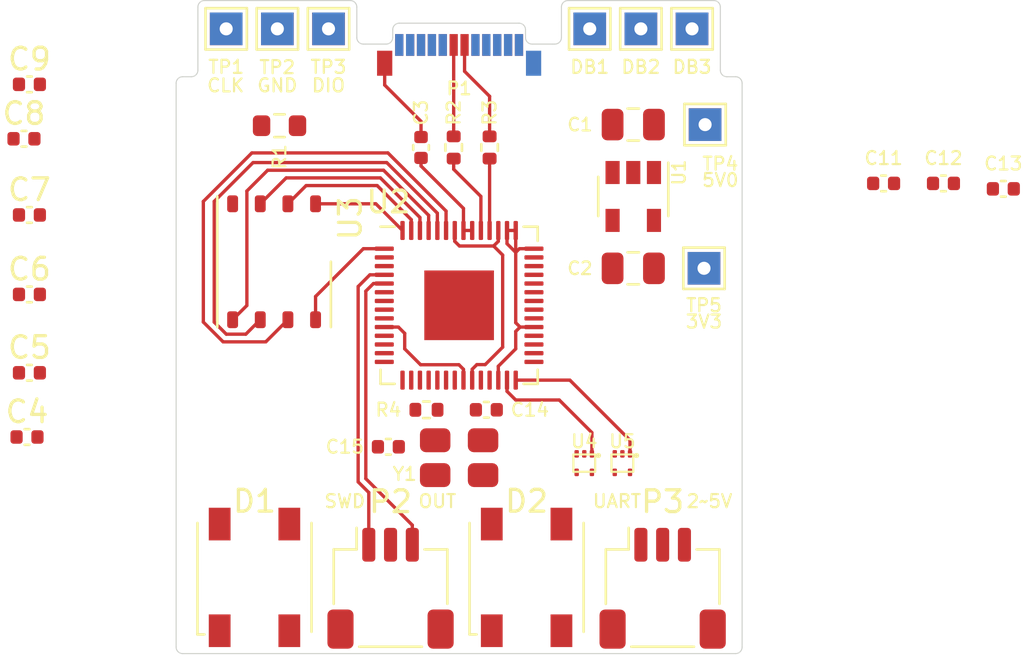
<source format=kicad_pcb>
(kicad_pcb (version 20211014) (generator pcbnew)
  (title_block (title "Expansion Card Template") (date "2022-12-28") (rev "0.5.0") (comment 1 "This work is licensed under a Creative Commons Attribution 4.0 International License") (comment 4 "Kris Keillor"))
  (layers (0 "F.Cu" signal) (31 "B.Cu" signal) (34 "B.Paste" user) (35 "F.Paste" user) (36 "B.SilkS" user "B.Silkscreen") (37 "F.SilkS" user "F.Silkscreen") (38 "B.Mask" user) (39 "F.Mask" user) (44 "Edge.Cuts" user))
  (net 0 "")
  (net 1 "GND")
  (net 2 "+3V3")
  (net 3 "VBUS")
  (net 4 "Net-(P1-PadA5)")
  (net 5 "+1V1")
  (net 6 "/YI")
  (net 7 "/YO")
  (net 8 "/LED1")
  (net 10 "/LED2")
  (net 12 "/DEBUG1")
  (net 13 "/DEBUG2")
  (net 14 "/DEBUG3")
  (net 16 "/UART_TX_OUT")
  (net 17 "/UART_RX_OUT")
  (net 18 "/XI")
  (net 20 "/UART_TX")
  (net 21 "/UART_RX")
  (net 43 "/MEM_D3")
  (net 44 "/MEM_CLK")
  (net 45 "/MEM_D0")
  (net 46 "/MEM_D2")
  (net 47 "/MEM_D1")
  (net 48 "/MEM_CS_N")
  (net 49 "/SWCLK_OUT")
  (net 50 "/SWDIO_OUT")
  (net 51 "/SWCLK_IN")
  (net 52 "/SWDIO_IN")
  (net 53 "/USB_P")
  (net 54 "/USB_N")
  (net 55 "/USB_D_N")
  (net 56 "/USB_D_P")
  (footprint "Package_TO_SOT_SMD:SOT-23-5" (layer "F.Cu") (at 148 136 -90)
    (fp_text reference "U1" (at -1.1 -2.1 -90) (layer "F.SilkS") (effects (font (size 0.5842 0.5842) (thickness 0.1016))))
    (fp_text value "AP2112K-3.3" hide)
    (fp_line (start -0.9 1.61) (end 0.9 1.61) (layer "F.SilkS") (width 0.12))
    (fp_line (start 0.9 -1.61) (end -1.55 -1.61) (layer "F.SilkS") (width 0.12))
    (pad "1" smd rect locked (at -1.1 -0.95 270) (size 1.06 0.65) (layers "F.Cu" "F.Paste" "F.Mask") (net 3 "VBUS"))
    (pad "2" smd rect locked (at -1.1 0 270) (size 1.06 0.65) (layers "F.Cu" "F.Paste" "F.Mask") (net 1 "GND"))
    (pad "3" smd rect locked (at -1.1 0.95 270) (size 1.06 0.65) (layers "F.Cu" "F.Paste" "F.Mask") (net 3 "VBUS"))
    (pad "4" smd rect locked (at 1.1 0.95 270) (size 1.06 0.65) (layers "F.Cu" "F.Paste" "F.Mask"))
    (pad "5" smd rect locked (at 1.1 -0.95 270) (size 1.06 0.65) (layers "F.Cu" "F.Paste" "F.Mask") (net 2 "+3V3"))
  )
  (footprint "Capacitor_SMD:C_0805_2012Metric" (layer "F.Cu") (at 148 132.698)
    (fp_text reference "C1" (at -2.45 0.004) (layer "F.SilkS") (effects (font (size 0.5842 0.5842) (thickness 0.1016))))
    (fp_text value "10uF" hide)
    (fp_line (start -0.261252 0.735) (end 0.261252 0.735) (layer "F.SilkS") (width 0.12))
    (fp_line (start -0.261252 -0.735) (end 0.261252 -0.735) (layer "F.SilkS") (width 0.12))
    (pad "1" smd roundrect locked (at -0.95 0) (size 1 1.45) (layers "F.Cu" "F.Paste" "F.Mask") (net 3 "VBUS"))
    (pad "2" smd roundrect locked (at 0.95 0) (size 1 1.45) (layers "F.Cu" "F.Paste" "F.Mask") (net 1 "GND"))
  )
  (footprint "Resistor_SMD:R_0603_1608Metric" (layer "F.Cu") (at 131.75 132.75 180)
    (fp_text reference "R1" (at 0 -1.43 90) (layer "F.SilkS") (effects (font (size 0.5842 0.5842) (thickness 0.1016))))
    (fp_text value "5.1k" hide)
    (fp_line (start -0.237258 -0.5225) (end 0.237258 -0.5225) (layer "F.SilkS") (width 0.12))
    (fp_line (start -0.237258 0.5225) (end 0.237258 0.5225) (layer "F.SilkS") (width 0.12))
    (pad "1" smd roundrect locked (at -0.825 0 180) (size 0.8 0.95) (layers "F.Cu" "F.Paste" "F.Mask") (net 4 "Net-(P1-PadA5)"))
    (pad "2" smd roundrect locked (at 0.825 0 180) (size 0.8 0.95) (layers "F.Cu" "F.Paste" "F.Mask") (net 1 "GND"))
  )
  (footprint "Expansion_Card:USB_C_Plug_Molex_105444" (layer "F.Cu") (at 140 129)
    (fp_text reference "P1" (at 0 2.04) (layer "F.SilkS") (effects (font (size 0.5842 0.5842) (thickness 0.1016))))
    (fp_text value "USB_C_Plug_USB2.0" hide)
    (fp_line (start -3.35 0) (end -4.3 0) (layer "Edge.Cuts") (width 0.05))
    (fp_line (start 3.05 -0.66) (end 3.05 -0.3) (layer "Edge.Cuts") (width 0.05))
    (fp_line (start -3.05 -0.66) (end -3.05 -0.3) (layer "Edge.Cuts") (width 0.05))
    (fp_line (start 3.35 0) (end 4.3 0) (layer "Edge.Cuts") (width 0.05))
    (fp_line (start -2.75 -0.96) (end 2.75 -0.96) (layer "Edge.Cuts") (width 0.05))
    (fp_arc (start -3.05 -0.66) (mid -2.962132 -0.872132) (end -2.75 -0.96) (layer "Edge.Cuts") (width 0.05))
    (fp_arc (start -3.05 -0.3) (mid -3.137868 -0.087868) (end -3.35 0) (layer "Edge.Cuts") (width 0.05))
    (fp_arc (start 3.35 0) (mid 3.137868 -0.087868) (end 3.05 -0.3) (layer "Edge.Cuts") (width 0.05))
    (fp_arc (start 2.75 -0.96) (mid 2.962132 -0.872132) (end 3.05 -0.66) (layer "Edge.Cuts") (width 0.05))
    (pad "A1" smd rect locked (at -2.75 0.04) (size 0.38 1) (layers "F.Cu" "F.Paste" "F.Mask") (net 1 "GND"))
    (pad "A2" smd rect locked (at -2.25 0.04) (size 0.38 1) (layers "F.Cu" "F.Paste" "F.Mask"))
    (pad "A3" smd rect locked (at -1.75 0.04) (size 0.38 1) (layers "F.Cu" "F.Paste" "F.Mask"))
    (pad "A4" smd rect locked (at -1.25 0.04) (size 0.38 1) (layers "F.Cu" "F.Paste" "F.Mask") (net 3 "VBUS"))
    (pad "A5" smd rect locked (at -0.75 0.04) (size 0.38 1) (layers "F.Cu" "F.Paste" "F.Mask") (net 4 "Net-(P1-PadA5)"))
    (pad "A6" smd rect locked (at -0.25 0.04) (size 0.38 1) (layers "F.Cu" "F.Paste" "F.Mask") (net 53 "/USB_P"))
    (pad "A7" smd rect locked (at 0.25 0.04) (size 0.38 1) (layers "F.Cu" "F.Paste" "F.Mask") (net 54 "/USB_N"))
    (pad "A8" smd rect locked (at 0.75 0.04) (size 0.38 1) (layers "F.Cu" "F.Paste" "F.Mask"))
    (pad "A9" smd rect locked (at 1.25 0.04) (size 0.38 1) (layers "F.Cu" "F.Paste" "F.Mask") (net 3 "VBUS"))
    (pad "A10" smd rect locked (at 1.75 0.04) (size 0.38 1) (layers "F.Cu" "F.Paste" "F.Mask"))
    (pad "A11" smd rect locked (at 2.25 0.04) (size 0.38 1) (layers "F.Cu" "F.Paste" "F.Mask"))
    (pad "A12" smd rect locked (at 2.75 0.04) (size 0.38 1) (layers "F.Cu" "F.Paste" "F.Mask") (net 1 "GND"))
    (pad "B1" smd rect locked (at 2.75 0.04) (size 0.38 1) (layers "B.Cu" "B.Paste" "B.Mask") (net 1 "GND"))
    (pad "B2" smd rect locked (at 2.25 0.04) (size 0.38 1) (layers "B.Cu" "B.Paste" "B.Mask"))
    (pad "B3" smd rect locked (at 1.75 0.04) (size 0.38 1) (layers "B.Cu" "B.Paste" "B.Mask"))
    (pad "B4" smd rect locked (at 1.25 0.04) (size 0.38 1) (layers "B.Cu" "B.Paste" "B.Mask") (net 3 "VBUS"))
    (pad "B5" smd rect locked (at 0.75 0.04) (size 0.38 1) (layers "B.Cu" "B.Paste" "B.Mask"))
    (pad "B8" smd rect locked (at -0.75 0.04) (size 0.38 1) (layers "B.Cu" "B.Paste" "B.Mask"))
    (pad "B9" smd rect locked (at -1.25 0.04) (size 0.38 1) (layers "B.Cu" "B.Paste" "B.Mask") (net 3 "VBUS"))
    (pad "B10" smd rect locked (at -1.75 0.04) (size 0.38 1) (layers "B.Cu" "B.Paste" "B.Mask"))
    (pad "B11" smd rect locked (at -2.25 0.04) (size 0.38 1) (layers "B.Cu" "B.Paste" "B.Mask"))
    (pad "B12" smd rect locked (at -2.75 0.04) (size 0.38 1) (layers "B.Cu" "B.Paste" "B.Mask") (net 1 "GND"))
    (pad "S1" smd rect locked (at -3.42 0.88) (size 0.7 1.15) (layers "F.Cu" "F.Paste" "F.Mask") (net 1 "GND"))
    (pad "S1" smd rect locked (at 3.42 0.88) (size 0.7 1.15) (layers "B.Cu" "B.Paste" "B.Mask") (net 1 "GND"))
  )
  (footprint "Capacitor_SMD:C_0805_2012Metric" (layer "F.Cu") (at 148 139.302)
    (fp_text reference "C2" (at -2.45 0) (layer "F.SilkS") (effects (font (size 0.5842 0.5842) (thickness 0.1016))))
    (fp_text value "10uF" hide)
    (fp_line (start -0.261252 -0.735) (end 0.261252 -0.735) (layer "F.SilkS") (width 0.12))
    (fp_line (start -0.261252 0.735) (end 0.261252 0.735) (layer "F.SilkS") (width 0.12))
    (pad "1" smd roundrect locked (at -0.95 0) (size 1 1.45) (layers "F.Cu" "F.Paste" "F.Mask") (net 2 "+3V3"))
    (pad "2" smd roundrect locked (at 0.95 0) (size 1 1.45) (layers "F.Cu" "F.Paste" "F.Mask") (net 1 "GND"))
  )
  (footprint "MountingHole:MountingHole_2.2mm_M2" (layer "F.Cu") (at 128.7 146.5)
    (fp_text reference "H1" hide)
    (fp_text value "MountingHole" hide)
    (pad "" np_thru_hole circle locked (at 0 0) (size 2.2 2.2) (drill 2.2) (layers *.Cu *.Mask))
  )
  (footprint "MountingHole:MountingHole_2.2mm_M2" (layer "F.Cu") (at 151.3 146.5)
    (fp_text reference "H2" hide)
    (fp_text value "MountingHole" hide)
    (pad "" np_thru_hole circle locked (at 0 0) (size 2.2 2.2) (drill 2.2) (layers *.Cu *.Mask))
  )
  (footprint "KKicadLib:TestPoint_Pad_1.5x1.5mm_THT" (layer "F.Cu") (at 129.3 128.3)
    (fp_text reference "TP1" (at 0 1.75) (layer "F.SilkS") (effects (font (size 0.6 0.6) (thickness 0.1))))
    (fp_text value "TestPoint" hide)
    (fp_line (start -0.95 -0.95) (end 0.95 -0.95) (layer "F.SilkS") (width 0.12))
    (fp_line (start 0.95 -0.95) (end 0.95 0.95) (layer "F.SilkS") (width 0.12))
    (fp_line (start 0.95 0.95) (end -0.95 0.95) (layer "F.SilkS") (width 0.12))
    (fp_line (start -0.95 0.95) (end -0.95 -0.95) (layer "F.SilkS") (width 0.12))
    (pad "1" thru_hole rect (at 0 0) (size 1.5 1.5) (drill 0.6) (layers *.Cu *.Mask) (net 51 "/SWCLK_IN"))
  )
  (footprint "KKicadLib:TestPoint_Pad_1.5x1.5mm_THT" (layer "F.Cu") (at 131.65 128.3 180)
    (fp_text reference "TP2" (at 0.0025 -1.763) (layer "F.SilkS") (effects (font (size 0.6 0.6) (thickness 0.1))))
    (fp_text value "TestPoint" hide)
    (fp_line (start -0.95 0.95) (end -0.95 -0.95) (layer "F.SilkS") (width 0.12))
    (fp_line (start 0.95 -0.95) (end 0.95 0.95) (layer "F.SilkS") (width 0.12))
    (fp_line (start -0.95 -0.95) (end 0.95 -0.95) (layer "F.SilkS") (width 0.12))
    (fp_line (start 0.95 0.95) (end -0.95 0.95) (layer "F.SilkS") (width 0.12))
    (pad "1" thru_hole rect (at 0 0 180) (size 1.5 1.5) (drill 0.6) (layers *.Cu *.Mask) (net 1 "GND"))
  )
  (footprint "KKicadLib:TestPoint_Pad_1.5x1.5mm_THT" (layer "F.Cu") (at 134 128.3)
    (fp_text reference "TP3" (at 0 1.75) (layer "F.SilkS") (effects (font (size 0.6 0.6) (thickness 0.1))))
    (fp_text value "TestPoint" hide)
    (fp_line (start -0.95 0.95) (end -0.95 -0.95) (layer "F.SilkS") (width 0.12))
    (fp_line (start 0.95 0.95) (end -0.95 0.95) (layer "F.SilkS") (width 0.12))
    (fp_line (start -0.95 -0.95) (end 0.95 -0.95) (layer "F.SilkS") (width 0.12))
    (fp_line (start 0.95 -0.95) (end 0.95 0.95) (layer "F.SilkS") (width 0.12))
    (pad "1" thru_hole rect (at 0 0) (size 1.5 1.5) (drill 0.6) (layers *.Cu *.Mask) (net 52 "/SWDIO_IN"))
  )
  (footprint "Capacitor_SMD:C_0402_1005Metric" (layer "F.Cu") (at 141.25 145.8)
    (fp_text reference "C14" (at 2 0) (layer "F.SilkS") (effects (font (size 0.6 0.6) (thickness 0.1))))
    (fp_text value "8pF" hide)
    (fp_line (start -0.107836 0.36) (end 0.107836 0.36) (layer "F.SilkS") (width 0.12))
    (fp_line (start -0.107836 -0.36) (end 0.107836 -0.36) (layer "F.SilkS") (width 0.12))
    (pad "1" smd roundrect (at -0.48 0) (size 0.56 0.62) (layers "F.Cu" "F.Paste" "F.Mask") (net 6 "/YI"))
    (pad "2" smd roundrect (at 0.48 0) (size 0.56 0.62) (layers "F.Cu" "F.Paste" "F.Mask") (net 1 "GND"))
  )
  (footprint "KKicadLib:SOT−953" (layer "F.Cu") (at 147.5 148.25 180)
    (fp_text reference "U5" (at 0 1 unlocked) (layer "F.SilkS") (effects (font (size 0.6 0.6) (thickness 0.1))))
    (fp_text value "MC74VHC1GT126" hide)
    (fp_rect (start -0.5 -0.4) (end 0.5 0.4) (layer "F.SilkS") (width 0.1) (fill none))
    (fp_circle (center -0.65 0.35) (end -0.65 0.35) (layer "F.SilkS") (width 0.12) (fill none))
    (pad "1" smd roundrect (at -0.35 0.425 180) (size 0.2 0.35) (layers "F.Cu" "F.Paste" "F.Mask") (net 21 "/UART_RX"))
    (pad "2" smd roundrect (at 0 0.425 180) (size 0.2 0.35) (layers "F.Cu" "F.Paste" "F.Mask") (net 1 "GND"))
    (pad "3" smd roundrect (at 0.35 0.425 180) (size 0.2 0.35) (layers "F.Cu" "F.Paste" "F.Mask") (net 2 "+3V3"))
    (pad "4" smd roundrect (at 0.35 -0.425 180) (size 0.2 0.35) (layers "F.Cu" "F.Paste" "F.Mask") (net 17 "/UART_RX_OUT"))
    (pad "5" smd roundrect (at -0.35 -0.425 180) (size 0.2 0.35) (layers "F.Cu" "F.Paste" "F.Mask") (net 2 "+3V3"))
  )
  (footprint "Capacitor_SMD:C_0402_1005Metric" (layer "F.Cu") (at 165 135.65)
    (fp_text reference "C13" (at 0 -1.16) (layer "F.SilkS") (effects (font (size 0.6 0.6) (thickness 0.1))))
    (fp_text value "10nF" hide)
    (fp_line (start -0.107836 -0.36) (end 0.107836 -0.36) (layer "F.SilkS") (width 0.12))
    (fp_line (start -0.107836 0.36) (end 0.107836 0.36) (layer "F.SilkS") (width 0.12))
    (pad "1" smd roundrect (at -0.48 0) (size 0.56 0.62) (layers "F.Cu" "F.Paste" "F.Mask") (net 5 "+1V1"))
    (pad "2" smd roundrect (at 0.48 0) (size 0.56 0.62) (layers "F.Cu" "F.Paste" "F.Mask") (net 1 "GND"))
  )
  (footprint "KKicadLib:TestPoint_Pad_1.5x1.5mm_THT" (layer "F.Cu") (at 150.7 128.3)
    (fp_text reference "DB3" (at 0 1.75) (layer "F.SilkS") (effects (font (size 0.6 0.6) (thickness 0.1))))
    (fp_text value "TestPoint" hide)
    (fp_line (start -0.95 0.95) (end -0.95 -0.95) (layer "F.SilkS") (width 0.12))
    (fp_line (start 0.95 -0.95) (end 0.95 0.95) (layer "F.SilkS") (width 0.12))
    (fp_line (start 0.95 0.95) (end -0.95 0.95) (layer "F.SilkS") (width 0.12))
    (fp_line (start -0.95 -0.95) (end 0.95 -0.95) (layer "F.SilkS") (width 0.12))
    (pad "1" thru_hole rect (at 0 0) (size 1.5 1.5) (drill 0.6) (layers *.Cu *.Mask) (net 14 "/DEBUG3"))
  )
  (footprint "LED_SMD:LED_Inolux_IN-PI554FCH_PLCC4_5.0x5.0mm_P3.2mm" (layer "F.Cu") (at 130.6 153.5 90)
    (fp_text reference "D1" (at 3.5 0 180) (layer "F.SilkS"))
    (fp_text value "Inolux_IN-PI554FCH" hide)
    (fp_line (start -2.62 -2.3) (end -2.62 -2.62) (layer "F.SilkS") (width 0.12))
    (fp_line (start -2.62 -2.62) (end 2.5 -2.62) (layer "F.SilkS") (width 0.12))
    (fp_line (start -2.5 2.62) (end 2.5 2.62) (layer "F.SilkS") (width 0.12))
    (pad "1" smd rect (at -2.45 -1.6 90) (size 1.5 1) (layers "F.Cu" "F.Paste" "F.Mask") (net 1 "GND"))
    (pad "2" smd rect (at -2.45 1.6 90) (size 1.5 1) (layers "F.Cu" "F.Paste" "F.Mask") (net 8 "/LED1"))
    (pad "3" smd rect (at 2.45 1.6 90) (size 1.5 1) (layers "F.Cu" "F.Paste" "F.Mask") (net 2 "+3V3"))
    (pad "4" smd rect (at 2.45 -1.6 90) (size 1.5 1) (layers "F.Cu" "F.Paste" "F.Mask"))
  )
  (footprint "KKicadLib:SOT−953" (layer "F.Cu") (at 145.75 148.25 180)
    (fp_text reference "U4" (at 0 1 unlocked) (layer "F.SilkS") (effects (font (size 0.6 0.6) (thickness 0.1))))
    (fp_text value "MC74VHC1GT126" hide)
    (fp_rect (start -0.5 -0.4) (end 0.5 0.4) (layer "F.SilkS") (width 0.1) (fill none))
    (fp_circle (center -0.65 0.35) (end -0.65 0.35) (layer "F.SilkS") (width 0.12) (fill none))
    (pad "1" smd roundrect (at -0.35 0.425 180) (size 0.2 0.35) (layers "F.Cu" "F.Paste" "F.Mask") (net 20 "/UART_TX"))
    (pad "2" smd roundrect (at 0 0.425 180) (size 0.2 0.35) (layers "F.Cu" "F.Paste" "F.Mask") (net 1 "GND"))
    (pad "3" smd roundrect (at 0.35 0.425 180) (size 0.2 0.35) (layers "F.Cu" "F.Paste" "F.Mask") (net 2 "+3V3"))
    (pad "4" smd roundrect (at 0.35 -0.425 180) (size 0.2 0.35) (layers "F.Cu" "F.Paste" "F.Mask") (net 16 "/UART_TX_OUT"))
    (pad "5" smd roundrect (at -0.35 -0.425 180) (size 0.2 0.35) (layers "F.Cu" "F.Paste" "F.Mask") (net 2 "+3V3"))
  )
  (footprint "Resistor_SMD:R_0402_1005Metric" (layer "F.Cu") (at 138.5 145.8 180)
    (fp_text reference "R4" (at 1.75 0) (layer "F.SilkS") (effects (font (size 0.6 0.6) (thickness 0.1))))
    (fp_text value "1.2k" hide)
    (fp_line (start -0.153641 0.38) (end 0.153641 0.38) (layer "F.SilkS") (width 0.12))
    (fp_line (start -0.153641 -0.38) (end 0.153641 -0.38) (layer "F.SilkS") (width 0.12))
    (pad "1" smd roundrect (at -0.51 0 180) (size 0.54 0.64) (layers "F.Cu" "F.Paste" "F.Mask") (net 18 "/XI"))
    (pad "2" smd roundrect (at 0.51 0 180) (size 0.54 0.64) (layers "F.Cu" "F.Paste" "F.Mask") (net 7 "/YO"))
  )
  (footprint "Package_DFN_QFN:QFN-56-1EP_7x7mm_P0.4mm_EP3.2x3.2mm" (layer "F.Cu") (at 140 141)
    (fp_text reference "U2" (at -3.25 -4.75) (layer "F.SilkS"))
    (fp_text value "RP2040" hide)
    (fp_line (start -2.96 3.61) (end -3.61 3.61) (layer "F.SilkS") (width 0.12))
    (fp_line (start 3.61 -3.61) (end 3.61 -2.96) (layer "F.SilkS") (width 0.12))
    (fp_line (start 2.96 3.61) (end 3.61 3.61) (layer "F.SilkS") (width 0.12))
    (fp_line (start 2.96 -3.61) (end 3.61 -3.61) (layer "F.SilkS") (width 0.12))
    (fp_line (start -3.61 3.61) (end -3.61 2.96) (layer "F.SilkS") (width 0.12))
    (fp_line (start -2.96 -3.61) (end -3.61 -3.61) (layer "F.SilkS") (width 0.12))
    (fp_line (start 3.61 3.61) (end 3.61 2.96) (layer "F.SilkS") (width 0.12))
    (pad "1" smd roundrect locked (at -3.4375 -2.6) (size 0.875 0.2) (layers "F.Cu" "F.Paste" "F.Mask") (net 2 "+3V3"))
    (pad "2" smd roundrect locked (at -3.4375 -2.2) (size 0.875 0.2) (layers "F.Cu" "F.Paste" "F.Mask") (net 8 "/LED1"))
    (pad "3" smd roundrect locked (at -3.4375 -1.8) (size 0.875 0.2) (layers "F.Cu" "F.Paste" "F.Mask") (net 10 "/LED2"))
    (pad "4" smd roundrect locked (at -3.4375 -1.4) (size 0.875 0.2) (layers "F.Cu" "F.Paste" "F.Mask") (net 49 "/SWCLK_OUT"))
    (pad "5" smd roundrect locked (at -3.4375 -1) (size 0.875 0.2) (layers "F.Cu" "F.Paste" "F.Mask") (net 50 "/SWDIO_OUT"))
    (pad "6" smd roundrect locked (at -3.4375 -0.6) (size 0.875 0.2) (layers "F.Cu" "F.Paste" "F.Mask"))
    (pad "7" smd roundrect locked (at -3.4375 -0.2) (size 0.875 0.2) (layers "F.Cu" "F.Paste" "F.Mask"))
    (pad "8" smd roundrect locked (at -3.4375 0.2) (size 0.875 0.2) (layers "F.Cu" "F.Paste" "F.Mask"))
    (pad "9" smd roundrect locked (at -3.4375 0.6) (size 0.875 0.2) (layers "F.Cu" "F.Paste" "F.Mask"))
    (pad "10" smd roundrect locked (at -3.4375 1) (size 0.875 0.2) (layers "F.Cu" "F.Paste" "F.Mask") (net 2 "+3V3"))
    (pad "11" smd roundrect locked (at -3.4375 1.4) (size 0.875 0.2) (layers "F.Cu" "F.Paste" "F.Mask"))
    (pad "12" smd roundrect locked (at -3.4375 1.8) (size 0.875 0.2) (layers "F.Cu" "F.Paste" "F.Mask"))
    (pad "13" smd roundrect locked (at -3.4375 2.2) (size 0.875 0.2) (layers "F.Cu" "F.Paste" "F.Mask"))
    (pad "14" smd roundrect locked (at -3.4375 2.6) (size 0.875 0.2) (layers "F.Cu" "F.Paste" "F.Mask"))
    (pad "15" smd roundrect locked (at -2.6 3.4375) (size 0.2 0.875) (layers "F.Cu" "F.Paste" "F.Mask"))
    (pad "16" smd roundrect locked (at -2.2 3.4375) (size 0.2 0.875) (layers "F.Cu" "F.Paste" "F.Mask"))
    (pad "17" smd roundrect locked (at -1.8 3.4375) (size 0.2 0.875) (layers "F.Cu" "F.Paste" "F.Mask"))
    (pad "18" smd roundrect locked (at -1.4 3.4375) (size 0.2 0.875) (layers "F.Cu" "F.Paste" "F.Mask"))
    (pad "19" smd roundrect locked (at -1 3.4375) (size 0.2 0.875) (layers "F.Cu" "F.Paste" "F.Mask") (net 1 "GND"))
    (pad "20" smd roundrect locked (at -0.6 3.4375) (size 0.2 0.875) (layers "F.Cu" "F.Paste" "F.Mask") (net 18 "/XI"))
    (pad "21" smd roundrect locked (at -0.2 3.4375) (size 0.2 0.875) (layers "F.Cu" "F.Paste" "F.Mask") (net 6 "/YI"))
    (pad "22" smd roundrect locked (at 0.2 3.4375) (size 0.2 0.875) (layers "F.Cu" "F.Paste" "F.Mask") (net 2 "+3V3"))
    (pad "23" smd roundrect locked (at 0.6 3.4375) (size 0.2 0.875) (layers "F.Cu" "F.Paste" "F.Mask") (net 5 "+1V1"))
    (pad "24" smd roundrect locked (at 1 3.4375) (size 0.2 0.875) (layers "F.Cu" "F.Paste" "F.Mask") (net 51 "/SWCLK_IN"))
    (pad "25" smd roundrect locked (at 1.4 3.4375) (size 0.2 0.875) (layers "F.Cu" "F.Paste" "F.Mask") (net 52 "/SWDIO_IN"))
    (pad "26" smd roundrect locked (at 1.8 3.4375) (size 0.2 0.875) (layers "F.Cu" "F.Paste" "F.Mask") (net 2 "+3V3"))
    (pad "27" smd roundrect locked (at 2.2 3.4375) (size 0.2 0.875) (layers "F.Cu" "F.Paste" "F.Mask") (net 20 "/UART_TX"))
    (pad "28" smd roundrect locked (at 2.6 3.4375) (size 0.2 0.875) (layers "F.Cu" "F.Paste" "F.Mask") (net 21 "/UART_RX"))
    (pad "29" smd roundrect locked (at 3.4375 2.6) (size 0.875 0.2) (layers "F.Cu" "F.Paste" "F.Mask") (net 12 "/DEBUG1"))
    (pad "30" smd roundrect locked (at 3.4375 2.2) (size 0.875 0.2) (layers "F.Cu" "F.Paste" "F.Mask") (net 13 "/DEBUG2"))
    (pad "31" smd roundrect locked (at 3.4375 1.8) (size 0.875 0.2) (layers "F.Cu" "F.Paste" "F.Mask") (net 14 "/DEBUG3"))
    (pad "32" smd roundrect locked (at 3.4375 1.4) (size 0.875 0.2) (layers "F.Cu" "F.Paste" "F.Mask"))
    (pad "33" smd roundrect locked (at 3.4375 1) (size 0.875 0.2) (layers "F.Cu" "F.Paste" "F.Mask") (net 2 "+3V3"))
    (pad "34" smd roundrect locked (at 3.4375 0.6) (size 0.875 0.2) (layers "F.Cu" "F.Paste" "F.Mask"))
    (pad "35" smd roundrect locked (at 3.4375 0.2) (size 0.875 0.2) (layers "F.Cu" "F.Paste" "F.Mask"))
    (pad "36" smd roundrect locked (at 3.4375 -0.2) (size 0.875 0.2) (layers "F.Cu" "F.Paste" "F.Mask"))
    (pad "37" smd roundrect locked (at 3.4375 -0.6) (size 0.875 0.2) (layers "F.Cu" "F.Paste" "F.Mask"))
    (pad "38" smd roundrect locked (at 3.4375 -1) (size 0.875 0.2) (layers "F.Cu" "F.Paste" "F.Mask"))
    (pad "39" smd roundrect locked (at 3.4375 -1.4) (size 0.875 0.2) (layers "F.Cu" "F.Paste" "F.Mask"))
    (pad "40" smd roundrect locked (at 3.4375 -1.8) (size 0.875 0.2) (layers "F.Cu" "F.Paste" "F.Mask"))
    (pad "41" smd roundrect locked (at 3.4375 -2.2) (size 0.875 0.2) (layers "F.Cu" "F.Paste" "F.Mask"))
    (pad "42" smd roundrect locked (at 3.4375 -2.6) (size 0.875 0.2) (layers "F.Cu" "F.Paste" "F.Mask") (net 2 "+3V3"))
    (pad "43" smd roundrect locked (at 2.6 -3.4375) (size 0.2 0.875) (layers "F.Cu" "F.Paste" "F.Mask") (net 2 "+3V3"))
    (pad "44" smd roundrect locked (at 2.2 -3.4375) (size 0.2 0.875) (layers "F.Cu" "F.Paste" "F.Mask") (net 2 "+3V3"))
    (pad "45" smd roundrect locked (at 1.8 -3.4375) (size 0.2 0.875) (layers "F.Cu" "F.Paste" "F.Mask") (net 5 "+1V1"))
    (pad "46" smd roundrect locked (at 1.4 -3.4375) (size 0.2 0.875) (layers "F.Cu" "F.Paste" "F.Mask") (net 55 "/USB_D_N"))
    (pad "47" smd roundrect locked (at 1 -3.4375) (size 0.2 0.875) (layers "F.Cu" "F.Paste" "F.Mask") (net 56 "/USB_D_P"))
    (pad "48" smd roundrect locked (at 0.6 -3.4375) (size 0.2 0.875) (layers "F.Cu" "F.Paste" "F.Mask") (net 2 "+3V3"))
    (pad "49" smd roundrect locked (at 0.2 -3.4375) (size 0.2 0.875) (layers "F.Cu" "F.Paste" "F.Mask") (net 2 "+3V3"))
    (pad "50" smd roundrect locked (at -0.2 -3.4375) (size 0.2 0.875) (layers "F.Cu" "F.Paste" "F.Mask") (net 5 "+1V1"))
    (pad "51" smd roundrect locked (at -0.6 -3.4375) (size 0.2 0.875) (layers "F.Cu" "F.Paste" "F.Mask") (net 43 "/MEM_D3"))
    (pad "52" smd roundrect locked (at -1 -3.4375) (size 0.2 0.875) (layers "F.Cu" "F.Paste" "F.Mask") (net 44 "/MEM_CLK"))
    (pad "53" smd roundrect locked (at -1.4 -3.4375) (size 0.2 0.875) (layers "F.Cu" "F.Paste" "F.Mask") (net 45 "/MEM_D0"))
    (pad "54" smd roundrect locked (at -1.8 -3.4375) (size 0.2 0.875) (layers "F.Cu" "F.Paste" "F.Mask") (net 46 "/MEM_D2"))
    (pad "55" smd roundrect locked (at -2.2 -3.4375) (size 0.2 0.875) (layers "F.Cu" "F.Paste" "F.Mask") (net 47 "/MEM_D1"))
    (pad "56" smd roundrect locked (at -2.6 -3.4375) (size 0.2 0.875) (layers "F.Cu" "F.Paste" "F.Mask") (net 48 "/MEM_CS_N"))
    (pad "57" smd rect locked (at 0 0) (size 3.2 3.2) (layers "F.Cu" "F.Mask") (net 1 "GND"))
  )
  (footprint "KKicadLib:TestPoint_Pad_1.5x1.5mm_THT" (layer "F.Cu") (at 151.3 132.7)
    (fp_text reference "TP4" (at 0.7 1.8) (layer "F.SilkS") (effects (font (size 0.6 0.6) (thickness 0.1))))
    (fp_text value "TestPoint" hide)
    (fp_line (start 0.95 0.95) (end -0.95 0.95) (layer "F.SilkS") (width 0.12))
    (fp_line (start -0.95 -0.95) (end 0.95 -0.95) (layer "F.SilkS") (width 0.12))
    (fp_line (start 0.95 -0.95) (end 0.95 0.95) (layer "F.SilkS") (width 0.12))
    (fp_line (start -0.95 0.95) (end -0.95 -0.95) (layer "F.SilkS") (width 0.12))
    (pad "1" thru_hole rect (at 0 0) (size 1.5 1.5) (drill 0.6) (layers *.Cu *.Mask) (net 3 "VBUS"))
  )
  (footprint "KKicadLib:4-SMD_3.2mm-x-2.5mm" (layer "F.Cu") (at 140 148)
    (fp_text reference "Y1" (at -2.5 0.75 unlocked) (layer "F.SilkS") (effects (font (size 0.6 0.6) (thickness 0.1))))
    (fp_text value "RH100-12.000-9-1015-TR-NS1" hide)
    (pad "1" smd roundrect (at -1.1 0.8) (size 1.4 1.1) (layers "F.Cu" "F.Paste" "F.Mask") (net 7 "/YO"))
    (pad "2" smd roundrect (at 1.1 0.8) (size 1.4 1.1) (layers "F.Cu" "F.Paste" "F.Mask"))
    (pad "3" smd roundrect (at 1.1 -0.8) (size 1.4 1.1) (layers "F.Cu" "F.Paste" "F.Mask") (net 6 "/YI"))
    (pad "4" smd roundrect (at -1.1 -0.8) (size 1.4 1.1) (layers "F.Cu" "F.Paste" "F.Mask"))
  )
  (footprint "Connector_JST:JST_SH_SM03B-SRSS-TB_1x03-1MP_P1.00mm_Horizontal" (layer "F.Cu") (at 149.35 154)
    (fp_text reference "P3" (at 0 -3.98) (layer "F.SilkS"))
    (fp_text value "JST Female 1x3" hide)
    (fp_line (start -1.56 -1.785) (end -1.56 -2.775) (layer "F.SilkS") (width 0.12))
    (fp_line (start -2.61 0.715) (end -2.61 -1.785) (layer "F.SilkS") (width 0.12))
    (fp_line (start -1.44 2.685) (end 1.44 2.685) (layer "F.SilkS") (width 0.12))
    (fp_line (start -2.61 -1.785) (end -1.56 -1.785) (layer "F.SilkS") (width 0.12))
    (fp_line (start 2.61 -1.785) (end 1.56 -1.785) (layer "F.SilkS") (width 0.12))
    (fp_line (start 2.61 0.715) (end 2.61 -1.785) (layer "F.SilkS") (width 0.12))
    (pad "1" smd roundrect (at -1 -2) (size 0.6 1.55) (layers "F.Cu" "F.Paste" "F.Mask") (net 16 "/UART_TX_OUT"))
    (pad "2" smd roundrect (at 0 -2) (size 0.6 1.55) (layers "F.Cu" "F.Paste" "F.Mask") (net 1 "GND"))
    (pad "3" smd roundrect (at 1 -2) (size 0.6 1.55) (layers "F.Cu" "F.Paste" "F.Mask") (net 17 "/UART_RX_OUT"))
    (pad "MP" smd roundrect (at 2.3 1.875) (size 1.2 1.8) (layers "F.Cu" "F.Paste" "F.Mask") (roundrect_rratio 0.208333))
    (pad "MP" smd roundrect (at -2.3 1.875) (size 1.2 1.8) (layers "F.Cu" "F.Paste" "F.Mask") (roundrect_rratio 0.208333))
  )
  (footprint "Capacitor_SMD:C_0402_1005Metric" (layer "F.Cu") (at 162.25 135.4)
    (fp_text reference "C12" (at 0 -1.16) (layer "F.SilkS") (effects (font (size 0.6 0.6) (thickness 0.1))))
    (fp_text value "10nF" hide)
    (fp_line (start -0.107836 -0.36) (end 0.107836 -0.36) (layer "F.SilkS") (width 0.12))
    (fp_line (start -0.107836 0.36) (end 0.107836 0.36) (layer "F.SilkS") (width 0.12))
    (pad "1" smd roundrect (at -0.48 0) (size 0.56 0.62) (layers "F.Cu" "F.Paste" "F.Mask") (net 5 "+1V1"))
    (pad "2" smd roundrect (at 0.48 0) (size 0.56 0.62) (layers "F.Cu" "F.Paste" "F.Mask") (net 1 "GND"))
  )
  (footprint "KKicadLib:TestPoint_Pad_1.5x1.5mm_THT" (layer "F.Cu") (at 146 128.3)
    (fp_text reference "DB1" (at 0 1.75) (layer "F.SilkS") (effects (font (size 0.6 0.6) (thickness 0.1))))
    (fp_text value "TestPoint" hide)
    (fp_line (start -0.95 0.95) (end -0.95 -0.95) (layer "F.SilkS") (width 0.12))
    (fp_line (start 0.95 -0.95) (end 0.95 0.95) (layer "F.SilkS") (width 0.12))
    (fp_line (start -0.95 -0.95) (end 0.95 -0.95) (layer "F.SilkS") (width 0.12))
    (fp_line (start 0.95 0.95) (end -0.95 0.95) (layer "F.SilkS") (width 0.12))
    (pad "1" thru_hole rect (at 0 0) (size 1.5 1.5) (drill 0.6) (layers *.Cu *.Mask) (net 12 "/DEBUG1"))
  )
  (footprint "Resistor_SMD:R_0402_1005Metric" (layer "F.Cu") (at 141.4 133.75 90)
    (fp_text reference "R3" (at 1.6 0 90) (layer "F.SilkS") (effects (font (size 0.6 0.6) (thickness 0.1))))
    (fp_text value "1.2k" hide)
    (fp_line (start -0.153641 -0.38) (end 0.153641 -0.38) (layer "F.SilkS") (width 0.12))
    (fp_line (start -0.153641 0.38) (end 0.153641 0.38) (layer "F.SilkS") (width 0.12))
    (pad "1" smd roundrect (at -0.51 0 90) (size 0.54 0.64) (layers "F.Cu" "F.Paste" "F.Mask") (net 55 "/USB_D_N"))
    (pad "2" smd roundrect (at 0.51 0 90) (size 0.54 0.64) (layers "F.Cu" "F.Paste" "F.Mask") (net 54 "/USB_N"))
  )
  (footprint "Capacitor_SMD:C_0402_1005Metric" (layer "F.Cu") (at 120.26 144.1)
    (fp_text reference "C5" (at 0 -1.16) (layer "F.SilkS"))
    (fp_text value "10nF" hide)
    (fp_line (start -0.107836 0.36) (end 0.107836 0.36) (layer "F.SilkS") (width 0.12))
    (fp_line (start -0.107836 -0.36) (end 0.107836 -0.36) (layer "F.SilkS") (width 0.12))
    (pad "1" smd roundrect (at -0.48 0) (size 0.56 0.62) (layers "F.Cu" "F.Paste" "F.Mask") (net 2 "+3V3"))
    (pad "2" smd roundrect (at 0.48 0) (size 0.56 0.62) (layers "F.Cu" "F.Paste" "F.Mask") (net 1 "GND"))
  )
  (footprint "Capacitor_SMD:C_0402_1005Metric" (layer "F.Cu") (at 136.75 147.5 180)
    (fp_text reference "C15" (at 2 0) (layer "F.SilkS") (effects (font (size 0.6 0.6) (thickness 0.1))))
    (fp_text value "8pF" hide)
    (fp_line (start -0.107836 0.36) (end 0.107836 0.36) (layer "F.SilkS") (width 0.12))
    (fp_line (start -0.107836 -0.36) (end 0.107836 -0.36) (layer "F.SilkS") (width 0.12))
    (pad "1" smd roundrect (at -0.48 0 180) (size 0.56 0.62) (layers "F.Cu" "F.Paste" "F.Mask") (net 7 "/YO"))
    (pad "2" smd roundrect (at 0.48 0 180) (size 0.56 0.62) (layers "F.Cu" "F.Paste" "F.Mask") (net 1 "GND"))
  )
  (footprint "Connector_JST:JST_SH_SM03B-SRSS-TB_1x03-1MP_P1.00mm_Horizontal" (layer "F.Cu") (at 136.85 154)
    (fp_text reference "P2" (at 0 -3.98) (layer "F.SilkS"))
    (fp_text value "JST Female 1x3" hide)
    (fp_line (start -1.56 -1.785) (end -1.56 -2.775) (layer "F.SilkS") (width 0.12))
    (fp_line (start 2.61 -1.785) (end 1.56 -1.785) (layer "F.SilkS") (width 0.12))
    (fp_line (start -1.44 2.685) (end 1.44 2.685) (layer "F.SilkS") (width 0.12))
    (fp_line (start -2.61 -1.785) (end -1.56 -1.785) (layer "F.SilkS") (width 0.12))
    (fp_line (start -2.61 0.715) (end -2.61 -1.785) (layer "F.SilkS") (width 0.12))
    (fp_line (start 2.61 0.715) (end 2.61 -1.785) (layer "F.SilkS") (width 0.12))
    (pad "1" smd roundrect (at -1 -2) (size 0.6 1.55) (layers "F.Cu" "F.Paste" "F.Mask") (net 49 "/SWCLK_OUT"))
    (pad "2" smd roundrect (at 0 -2) (size 0.6 1.55) (layers "F.Cu" "F.Paste" "F.Mask") (net 1 "GND"))
    (pad "3" smd roundrect (at 1 -2) (size 0.6 1.55) (layers "F.Cu" "F.Paste" "F.Mask") (net 50 "/SWDIO_OUT"))
    (pad "MP" smd roundrect (at 2.3 1.875) (size 1.2 1.8) (layers "F.Cu" "F.Paste" "F.Mask") (roundrect_rratio 0.208333))
    (pad "MP" smd roundrect (at -2.3 1.875) (size 1.2 1.8) (layers "F.Cu" "F.Paste" "F.Mask") (roundrect_rratio 0.208333))
  )
  (footprint "LED_SMD:LED_Inolux_IN-PI554FCH_PLCC4_5.0x5.0mm_P3.2mm" (layer "F.Cu") (at 143.1 153.5 90)
    (fp_text reference "D2" (at 3.5 0 180) (layer "F.SilkS"))
    (fp_text value "Inolux_IN-PI554FCH" hide)
    (fp_line (start -2.5 2.62) (end 2.5 2.62) (layer "F.SilkS") (width 0.12))
    (fp_line (start -2.62 -2.62) (end 2.5 -2.62) (layer "F.SilkS") (width 0.12))
    (fp_line (start -2.62 -2.3) (end -2.62 -2.62) (layer "F.SilkS") (width 0.12))
    (pad "1" smd rect (at -2.45 -1.6 90) (size 1.5 1) (layers "F.Cu" "F.Paste" "F.Mask") (net 1 "GND"))
    (pad "2" smd rect (at -2.45 1.6 90) (size 1.5 1) (layers "F.Cu" "F.Paste" "F.Mask") (net 10 "/LED2"))
    (pad "3" smd rect (at 2.45 1.6 90) (size 1.5 1) (layers "F.Cu" "F.Paste" "F.Mask") (net 2 "+3V3"))
    (pad "4" smd rect (at 2.45 -1.6 90) (size 1.5 1) (layers "F.Cu" "F.Paste" "F.Mask"))
  )
  (footprint "Package_SON:WSON-8-1EP_6x5mm_P1.27mm_EP3.4x4mm" (layer "F.Cu") (at 131.5 139 -90)
    (fp_text reference "U3" (at -2 -3.5 -90) (layer "F.SilkS"))
    (fp_text value "W25Q128JVS" hide)
    (fp_line (start 0 -2.61) (end 3 -2.61) (layer "F.SilkS") (width 0.12))
    (fp_line (start -3 2.61) (end 3 2.61) (layer "F.SilkS") (width 0.12))
    (pad "1" smd roundrect (at -2.6625 -1.905 270) (size 0.775 0.5) (layers "F.Cu" "F.Paste" "F.Mask") (net 48 "/MEM_CS_N"))
    (pad "2" smd roundrect (at -2.6625 -0.635 270) (size 0.775 0.5) (layers "F.Cu" "F.Paste" "F.Mask") (net 47 "/MEM_D1"))
    (pad "3" smd roundrect (at -2.6625 0.635 270) (size 0.775 0.5) (layers "F.Cu" "F.Paste" "F.Mask") (net 46 "/MEM_D2"))
    (pad "4" smd roundrect (at -2.6625 1.905 270) (size 0.775 0.5) (layers "F.Cu" "F.Paste" "F.Mask") (net 1 "GND"))
    (pad "5" smd roundrect (at 2.6625 1.905 270) (size 0.775 0.5) (layers "F.Cu" "F.Paste" "F.Mask") (net 45 "/MEM_D0"))
    (pad "6" smd roundrect (at 2.6625 0.635 270) (size 0.775 0.5) (layers "F.Cu" "F.Paste" "F.Mask") (net 44 "/MEM_CLK"))
    (pad "7" smd roundrect (at 2.6625 -0.635 270) (size 0.775 0.5) (layers "F.Cu" "F.Paste" "F.Mask") (net 43 "/MEM_D3"))
    (pad "8" smd roundrect (at 2.6625 -1.905 270) (size 0.775 0.5) (layers "F.Cu" "F.Paste" "F.Mask") (net 2 "+3V3"))
  )
  (footprint "KKicadLib:TestPoint_Pad_1.5x1.5mm_THT" (layer "F.Cu") (at 148.35 128.3)
    (fp_text reference "DB2" (at 0 1.75) (layer "F.SilkS") (effects (font (size 0.6 0.6) (thickness 0.1))))
    (fp_text value "TestPoint" hide)
    (fp_line (start -0.95 -0.95) (end 0.95 -0.95) (layer "F.SilkS") (width 0.12))
    (fp_line (start -0.95 0.95) (end -0.95 -0.95) (layer "F.SilkS") (width 0.12))
    (fp_line (start 0.95 0.95) (end -0.95 0.95) (layer "F.SilkS") (width 0.12))
    (fp_line (start 0.95 -0.95) (end 0.95 0.95) (layer "F.SilkS") (width 0.12))
    (pad "1" thru_hole rect (at 0 0) (size 1.5 1.5) (drill 0.6) (layers *.Cu *.Mask) (net 13 "/DEBUG2"))
  )
  (footprint "Capacitor_SMD:C_0402_1005Metric" (layer "F.Cu") (at 138.25 133.75 90)
    (fp_text reference "C3" (at 1.6 0 90) (layer "F.SilkS") (effects (font (size 0.6 0.6) (thickness 0.1))))
    (fp_text value "10nF" hide)
    (fp_line (start -0.107836 0.36) (end 0.107836 0.36) (layer "F.SilkS") (width 0.12))
    (fp_line (start -0.107836 -0.36) (end 0.107836 -0.36) (layer "F.SilkS") (width 0.12))
    (pad "1" smd roundrect (at -0.48 0 90) (size 0.56 0.62) (layers "F.Cu" "F.Paste" "F.Mask") (net 2 "+3V3"))
    (pad "2" smd roundrect (at 0.48 0 90) (size 0.56 0.62) (layers "F.Cu" "F.Paste" "F.Mask") (net 1 "GND"))
  )
  (footprint "Capacitor_SMD:C_0402_1005Metric" (layer "F.Cu") (at 120.15 147.05)
    (fp_text reference "C4" (at 0 -1.16) (layer "F.SilkS"))
    (fp_text value "10nF" hide)
    (fp_line (start -0.107836 -0.36) (end 0.107836 -0.36) (layer "F.SilkS") (width 0.12))
    (fp_line (start -0.107836 0.36) (end 0.107836 0.36) (layer "F.SilkS") (width 0.12))
    (pad "1" smd roundrect (at -0.48 0) (size 0.56 0.62) (layers "F.Cu" "F.Paste" "F.Mask") (net 2 "+3V3"))
    (pad "2" smd roundrect (at 0.48 0) (size 0.56 0.62) (layers "F.Cu" "F.Paste" "F.Mask") (net 1 "GND"))
  )
  (footprint "Capacitor_SMD:C_0402_1005Metric" (layer "F.Cu") (at 120.26 130.85)
    (fp_text reference "C9" (at 0 -1.16) (layer "F.SilkS"))
    (fp_text value "10nF" hide)
    (fp_line (start -0.107836 0.36) (end 0.107836 0.36) (layer "F.SilkS") (width 0.12))
    (fp_line (start -0.107836 -0.36) (end 0.107836 -0.36) (layer "F.SilkS") (width 0.12))
    (pad "1" smd roundrect (at -0.48 0) (size 0.56 0.62) (layers "F.Cu" "F.Paste" "F.Mask") (net 2 "+3V3"))
    (pad "2" smd roundrect (at 0.48 0) (size 0.56 0.62) (layers "F.Cu" "F.Paste" "F.Mask") (net 1 "GND"))
  )
  (footprint "Capacitor_SMD:C_0402_1005Metric" (layer "F.Cu") (at 120.01 133.35)
    (fp_text reference "C8" (at 0 -1.16) (layer "F.SilkS"))
    (fp_text value "10nF" hide)
    (fp_line (start -0.107836 0.36) (end 0.107836 0.36) (layer "F.SilkS") (width 0.12))
    (fp_line (start -0.107836 -0.36) (end 0.107836 -0.36) (layer "F.SilkS") (width 0.12))
    (pad "1" smd roundrect (at -0.48 0) (size 0.56 0.62) (layers "F.Cu" "F.Paste" "F.Mask") (net 2 "+3V3"))
    (pad "2" smd roundrect (at 0.48 0) (size 0.56 0.62) (layers "F.Cu" "F.Paste" "F.Mask") (net 1 "GND"))
  )
  (footprint "KKicadLib:TestPoint_Pad_1.5x1.5mm_THT" (layer "F.Cu") (at 151.25 139.3)
    (fp_text reference "TP5" (at 0 1.7) (layer "F.SilkS") (effects (font (size 0.6 0.6) (thickness 0.1))))
    (fp_text value "TestPoint" hide)
    (fp_line (start 0.95 -0.95) (end 0.95 0.95) (layer "F.SilkS") (width 0.12))
    (fp_line (start -0.95 0.95) (end -0.95 -0.95) (layer "F.SilkS") (width 0.12))
    (fp_line (start -0.95 -0.95) (end 0.95 -0.95) (layer "F.SilkS") (width 0.12))
    (fp_line (start 0.95 0.95) (end -0.95 0.95) (layer "F.SilkS") (width 0.12))
    (pad "1" thru_hole rect (at 0 0) (size 1.5 1.5) (drill 0.6) (layers *.Cu *.Mask) (net 2 "+3V3"))
  )
  (footprint "Capacitor_SMD:C_0402_1005Metric" (layer "F.Cu") (at 120.26 136.85)
    (fp_text reference "C7" (at 0 -1.16) (layer "F.SilkS"))
    (fp_text value "10nF" hide)
    (fp_line (start -0.107836 -0.36) (end 0.107836 -0.36) (layer "F.SilkS") (width 0.12))
    (fp_line (start -0.107836 0.36) (end 0.107836 0.36) (layer "F.SilkS") (width 0.12))
    (pad "1" smd roundrect (at -0.48 0) (size 0.56 0.62) (layers "F.Cu" "F.Paste" "F.Mask") (net 2 "+3V3"))
    (pad "2" smd roundrect (at 0.48 0) (size 0.56 0.62) (layers "F.Cu" "F.Paste" "F.Mask") (net 1 "GND"))
  )
  (footprint "Resistor_SMD:R_0402_1005Metric" (layer "F.Cu") (at 139.75 133.75 90)
    (fp_text reference "R2" (at 1.6 0 90) (layer "F.SilkS") (effects (font (size 0.6 0.6) (thickness 0.1))))
    (fp_text value "1.2k" hide)
    (fp_line (start -0.153641 -0.38) (end 0.153641 -0.38) (layer "F.SilkS") (width 0.12))
    (fp_line (start -0.153641 0.38) (end 0.153641 0.38) (layer "F.SilkS") (width 0.12))
    (pad "1" smd roundrect (at -0.51 0 90) (size 0.54 0.64) (layers "F.Cu" "F.Paste" "F.Mask") (net 56 "/USB_D_P"))
    (pad "2" smd roundrect (at 0.51 0 90) (size 0.54 0.64) (layers "F.Cu" "F.Paste" "F.Mask") (net 53 "/USB_P"))
  )
  (footprint "Capacitor_SMD:C_0402_1005Metric" (layer "F.Cu") (at 159.5 135.4)
    (fp_text reference "C11" (at 0 -1.16) (layer "F.SilkS") (effects (font (size 0.6 0.6) (thickness 0.1))))
    (fp_text value "10nF" hide)
    (fp_line (start -0.107836 0.36) (end 0.107836 0.36) (layer "F.SilkS") (width 0.12))
    (fp_line (start -0.107836 -0.36) (end 0.107836 -0.36) (layer "F.SilkS") (width 0.12))
    (pad "1" smd roundrect (at -0.48 0) (size 0.56 0.62) (layers "F.Cu" "F.Paste" "F.Mask") (net 5 "+1V1"))
    (pad "2" smd roundrect (at 0.48 0) (size 0.56 0.62) (layers "F.Cu" "F.Paste" "F.Mask") (net 1 "GND"))
  )
  (footprint "Capacitor_SMD:C_0402_1005Metric" (layer "F.Cu") (at 120.26 140.5)
    (fp_text reference "C6" (at 0 -1.16) (layer "F.SilkS"))
    (fp_text value "10nF" hide)
    (fp_line (start -0.107836 0.36) (end 0.107836 0.36) (layer "F.SilkS") (width 0.12))
    (fp_line (start -0.107836 -0.36) (end 0.107836 -0.36) (layer "F.SilkS") (width 0.12))
    (pad "1" smd roundrect (at -0.48 0) (size 0.56 0.62) (layers "F.Cu" "F.Paste" "F.Mask") (net 2 "+3V3"))
    (pad "2" smd roundrect (at 0.48 0) (size 0.56 0.62) (layers "F.Cu" "F.Paste" "F.Mask") (net 1 "GND"))
  )
  (gr_line (start 153 130.8) (end 153 156.7) (layer "Edge.Cuts") (width 0.05))
  (gr_line (start 127.3 157) (end 152.7 157) (layer "Edge.Cuts") (width 0.05))
  (gr_arc (start 144.7 128.7) (mid 144.612132 128.912132) (end 144.4 129) (layer "Edge.Cuts") (width 0.05))
  (gr_arc (start 135 127) (mid 135.212132 127.087868) (end 135.3 127.3) (layer "Edge.Cuts") (width 0.05))
  (gr_line (start 144.7 128.7) (end 144.7 127.3) (layer "Edge.Cuts") (width 0.05))
  (gr_arc (start 144.7 127.3) (mid 144.787868 127.087868) (end 145 127) (layer "Edge.Cuts") (width 0.05))
  (gr_line (start 135 127) (end 128.3 127) (layer "Edge.Cuts") (width 0.05))
  (gr_line (start 145 127) (end 151.7 127) (layer "Edge.Cuts") (width 0.05))
  (gr_arc (start 127.3 157) (mid 127.087868 156.912132) (end 127 156.7) (layer "Edge.Cuts") (width 0.05))
  (gr_line (start 144.3 129) (end 144.4 129) (layer "Edge.Cuts") (width 0.05))
  (gr_arc (start 128 127.3) (mid 128.087868 127.087868) (end 128.3 127) (layer "Edge.Cuts") (width 0.05))
  (gr_line (start 128 130.2) (end 128 127.3) (layer "Edge.Cuts") (width 0.05))
  (gr_arc (start 128 130.2) (mid 127.912132 130.412132) (end 127.7 130.5) (layer "Edge.Cuts") (width 0.05))
  (gr_arc (start 127 130.8) (mid 127.087868 130.587868) (end 127.3 130.5) (layer "Edge.Cuts") (width 0.05))
  (gr_line (start 127.3 130.5) (end 127.7 130.5) (layer "Edge.Cuts") (width 0.05))
  (gr_line (start 152 130.2) (end 152 127.3) (layer "Edge.Cuts") (width 0.05))
  (gr_arc (start 152.7 130.5) (mid 152.912132 130.587868) (end 153 130.8) (layer "Edge.Cuts") (width 0.05))
  (gr_arc (start 152.3 130.5) (mid 152.087868 130.412132) (end 152 130.2) (layer "Edge.Cuts") (width 0.05))
  (gr_line (start 152.3 130.5) (end 152.7 130.5) (layer "Edge.Cuts") (width 0.05))
  (gr_line (start 127 130.8) (end 127 156.7) (layer "Edge.Cuts") (width 0.05))
  (gr_arc (start 153 156.7) (mid 152.912132 156.912132) (end 152.7 157) (layer "Edge.Cuts") (width 0.05))
  (gr_line (start 135.3 128.7) (end 135.3 127.3) (layer "Edge.Cuts") (width 0.05))
  (gr_line (start 135.6 129) (end 135.7 129) (layer "Edge.Cuts") (width 0.05))
  (gr_arc (start 151.7 127) (mid 151.912132 127.087868) (end 152 127.3) (layer "Edge.Cuts") (width 0.05))
  (gr_arc (start 135.6 129) (mid 135.387868 128.912132) (end 135.3 128.7) (layer "Edge.Cuts") (width 0.05))
  (gr_text "3V3" (at 151.25 141.75) (layer "F.SilkS") (effects (font (size 0.6 0.6) (thickness 0.1))))
  (gr_text "SWD" (at 134.75 150) (layer "F.SilkS") (effects (font (size 0.6 0.6) (thickness 0.1))))
  (gr_text "OUT" (at 139 150) (layer "F.SilkS") (effects (font (size 0.6 0.6) (thickness 0.1))))
  (gr_text "UART" (at 147.25 150) (layer "F.SilkS") (effects (font (size 0.6 0.6) (thickness 0.1))))
  (gr_text "5V0" (at 152 135.25) (layer "F.SilkS") (effects (font (size 0.6 0.6) (thickness 0.1))))
  (gr_text "GND" (at 131.65 130.9) (layer "F.SilkS") (effects (font (size 0.6 0.6) (thickness 0.1))))
  (gr_text "DIO" (at 134 130.9) (layer "F.SilkS") (effects (font (size 0.6 0.6) (thickness 0.1))))
  (gr_text "CLK" (at 129.275 130.9) (layer "F.SilkS") (effects (font (size 0.6 0.6) (thickness 0.1))))
  (gr_text "2~5V" (at 151.5 150) (layer "F.SilkS") (effects (font (size 0.6 0.6) (thickness 0.1))))
  (segment (start 138.25 132.55) (end 138.25 133.27) (width 0.1524) (layer "F.Cu") (net 1))
  (segment (start 136.58 130.88) (end 138.25 132.55) (width 0.1524) (layer "F.Cu") (net 1))
  (segment (start 136.58 129.88) (end 136.58 130.88) (width 0.1524) (layer "F.Cu") (net 1))
  (segment (start 140.2 143.94) (end 140.2 144.4375) (width 0.1524) (layer "F.Cu") (net 2))
  (segment (start 142.769342 138.4) (end 142.6 138.569342) (width 0.1524) (layer "F.Cu") (net 2))
  (segment (start 138.23 143.73) (end 139.99 143.73) (width 0.1524) (layer "F.Cu") (net 2))
  (segment (start 133.405 140.595) (end 133.405 141.6625) (width 0.1524) (layer "F.Cu") (net 2))
  (segment (start 136.5625 138.4) (end 135.6 138.4) (width 0.1524) (layer "F.Cu") (net 2))
  (segment (start 143.4375 138.4) (end 142.769342 138.4) (width 0.1524) (layer "F.Cu") (net 2))
  (segment (start 137.209947 142) (end 137.5 142.290053) (width 0.1524) (layer "F.Cu") (net 2))
  (segment (start 142.2 137.5625) (end 142.6 137.5625) (width 0.1524) (layer "F.Cu") (net 2))
  (segment (start 141.8 143.8) (end 142.6 143) (width 0.1524) (layer "F.Cu") (net 2))
  (segment (start 142.8 142) (end 143.4375 142) (width 0.1524) (layer "F.Cu") (net 2))
  (segment (start 142.6 137.5625) (end 142.6 138.569342) (width 0.1524) (layer "F.Cu") (net 2))
  (segment (start 140.6 137.5625) (end 140.2 137.5625) (width 0.1524) (layer "F.Cu") (net 2))
  (segment (start 138.25 134.23) (end 138.25 134.6) (width 0.1524) (layer "F.Cu") (net 2))
  (segment (start 139.99 143.73) (end 140.2 143.94) (width 0.1524) (layer "F.Cu") (net 2))
  (segment (start 142.6 143) (end 142.6 142.2) (width 0.1524) (layer "F.Cu") (net 2))
  (segment (start 142.6 141.8) (end 142.8 142) (width 0.1524) (layer "F.Cu") (net 2))
  (segment (start 142.6 138.569342) (end 142.6 141.8) (width 0.1524) (layer "F.Cu") (net 2))
  (segment (start 137.5 143) (end 138.23 143.73) (width 0.1524) (layer "F.Cu") (net 2))
  (segment (start 142.2 138.169342) (end 142.6 138.569342) (width 0.1524) (layer "F.Cu") (net 2))
  (segment (start 141.8 144.4375) (end 141.8 143.8) (width 0.1524) (layer "F.Cu") (net 2))
  (segment (start 142.6 142.2) (end 142.8 142) (width 0.1524) (layer "F.Cu") (net 2))
  (segment (start 138.25 134.6) (end 140.2 136.55) (width 0.1524) (layer "F.Cu") (net 2))
  (segment (start 142.2 137.5625) (end 142.2 138.169342) (width 0.1524) (layer "F.Cu") (net 2))
  (segment (start 136.5625 142) (end 137.209947 142) (width 0.1524) (layer "F.Cu") (net 2))
  (segment (start 140.2 136.55) (end 140.2 137.5625) (width 0.1524) (layer "F.Cu") (net 2))
  (segment (start 135.6 138.4) (end 133.405 140.595) (width 0.1524) (layer "F.Cu") (net 2))
  (segment (start 137.5 142.290053) (end 137.5 143) (width 0.1524) (layer "F.Cu") (net 2))
  (segment (start 147.202 132.85) (end 147.05 132.698) (width 0.1524) (layer "F.Cu") (net 3))
  (segment (start 147.3 132.85) (end 147.202 132.85) (width 0.1524) (layer "F.Cu") (net 3))
  (segment (start 142 142.9238) (end 142 138.691084) (width 0.1524) (layer "F.Cu") (net 5))
  (segment (start 141.8 138.061316) (end 141.585116 138.2762) (width 0.1524) (layer "F.Cu") (net 5))
  (segment (start 140.6 144.4375) (end 140.6 143.938684) (width 0.1524) (layer "F.Cu") (net 5))
  (segment (start 139.8 138.061316) (end 139.8 137.5625) (width 0.1524) (layer "F.Cu") (net 5))
  (segment (start 141.8 137.5625) (end 141.8 138.061316) (width 0.1524) (layer "F.Cu") (net 5))
  (segment (start 141.585116 138.2762) (end 140.014884 138.2762) (width 0.1524) (layer "F.Cu") (net 5))
  (segment (start 141.2 143.7238) (end 142 142.9238) (width 0.1524) (layer "F.Cu") (net 5))
  (segment (start 140.014884 138.2762) (end 139.8 138.061316) (width 0.1524) (layer "F.Cu") (net 5))
  (segment (start 142 138.691084) (end 141.585116 138.2762) (width 0.1524) (layer "F.Cu") (net 5))
  (segment (start 140.814884 143.7238) (end 141.2 143.7238) (width 0.1524) (layer "F.Cu") (net 5))
  (segment (start 140.6 143.938684) (end 140.814884 143.7238) (width 0.1524) (layer "F.Cu") (net 5))
  (segment (start 144.6 145.35) (end 146.1 146.85) (width 0.1524) (layer "F.Cu") (net 20))
  (segment (start 146.1 146.85) (end 146.1 147.825) (width 0.1524) (layer "F.Cu") (net 20))
  (segment (start 142.2 144.4375) (end 142.2 144.95) (width 0.1524) (layer "F.Cu") (net 20))
  (segment (start 142.6 145.35) (end 144.6 145.35) (width 0.1524) (layer "F.Cu") (net 20))
  (segment (start 142.2 144.95) (end 142.6 145.35) (width 0.1524) (layer "F.Cu") (net 20))
  (segment (start 147.85 147.2) (end 147.85 147.825) (width 0.1524) (layer "F.Cu") (net 21))
  (segment (start 142.6 144.4375) (end 145.0875 144.4375) (width 0.1524) (layer "F.Cu") (net 21))
  (segment (start 145.0875 144.4375) (end 147.85 147.2) (width 0.1524) (layer "F.Cu") (net 21))
  (segment (start 139.4 137.5625) (end 139.4 136.670212) (width 0.1524) (layer "F.Cu") (net 43))
  (segment (start 129.15785 142.6786) (end 131.1189 142.6786) (width 0.1524) (layer "F.Cu") (net 43))
  (segment (start 128.25 141.77075) (end 129.15785 142.6786) (width 0.1524) (layer "F.Cu") (net 43))
  (segment (start 128.25 136.22925) (end 128.25 141.77075) (width 0.1524) (layer "F.Cu") (net 43))
  (segment (start 131.1189 142.6786) (end 132.135 141.6625) (width 0.1524) (layer "F.Cu") (net 43))
  (segment (start 130.47925 134) (end 128.25 136.22925) (width 0.1524) (layer "F.Cu") (net 43))
  (segment (start 136.729788 134) (end 130.47925 134) (width 0.1524) (layer "F.Cu") (net 43))
  (segment (start 139.4 136.670212) (end 136.729788 134) (width 0.1524) (layer "F.Cu") (net 43))
  (segment (start 129.303818 142.3262) (end 130.2013 142.3262) (width 0.1524) (layer "F.Cu") (net 44))
  (segment (start 128.75 136.227618) (end 128.75 141.772382) (width 0.1524) (layer "F.Cu") (net 44))
  (segment (start 130.2013 142.3262) (end 130.865 141.6625) (width 0.1524) (layer "F.Cu") (net 44))
  (segment (start 139 136.76858) (end 136.67422 134.4428) (width 0.1524) (layer "F.Cu") (net 44))
  (segment (start 136.67422 134.4428) (end 130.534818 134.4428) (width 0.1524) (layer "F.Cu") (net 44))
  (segment (start 139 137.5625) (end 139 136.76858) (width 0.1524) (layer "F.Cu") (net 44))
  (segment (start 130.534818 134.4428) (end 128.75 136.227618) (width 0.1524) (layer "F.Cu") (net 44))
  (segment (start 128.75 141.772382) (end 129.303818 142.3262) (width 0.1524) (layer "F.Cu") (net 44))
  (segment (start 136.528252 134.7952) (end 131.2048 134.7952) (width 0.1524) (layer "F.Cu") (net 45))
  (segment (start 138.6 137.5625) (end 138.6 136.866948) (width 0.1524) (layer "F.Cu") (net 45))
  (segment (start 130.25 135.75) (end 130.25 141.0075) (width 0.1524) (layer "F.Cu") (net 45))
  (segment (start 130.25 141.0075) (end 129.595 141.6625) (width 0.1524) (layer "F.Cu") (net 45))
  (segment (start 138.6 136.866948) (end 136.528252 134.7952) (width 0.1524) (layer "F.Cu") (net 45))
  (segment (start 131.2048 134.7952) (end 130.25 135.75) (width 0.1524) (layer "F.Cu") (net 45))
  (segment (start 132.0549 135.1476) (end 130.865 136.3375) (width 0.1524) (layer "F.Cu") (net 46))
  (segment (start 136.382284 135.1476) (end 132.0549 135.1476) (width 0.1524) (layer "F.Cu") (net 46))
  (segment (start 138.2 136.965316) (end 136.382284 135.1476) (width 0.1524) (layer "F.Cu") (net 46))
  (segment (start 138.2 137.5625) (end 138.2 136.965316) (width 0.1524) (layer "F.Cu") (net 46))
  (segment (start 137.8 137.063684) (end 136.236316 135.5) (width 0.1524) (layer "F.Cu") (net 47))
  (segment (start 137.8 137.5625) (end 137.8 137.063684) (width 0.1524) (layer "F.Cu") (net 47))
  (segment (start 136.236316 135.5) (end 132.9725 135.5) (width 0.1524) (layer "F.Cu") (net 47))
  (segment (start 132.9725 135.5) (end 132.135 136.3375) (width 0.1524) (layer "F.Cu") (net 47))
  (segment (start 136.175 136.3375) (end 133.405 136.3375) (width 0.1524) (layer "F.Cu") (net 48))
  (segment (start 137.4 137.5625) (end 136.175 136.3375) (width 0.1524) (layer "F.Cu") (net 48))
  (segment (start 135.3614 140.1386) (end 135.9 139.6) (width 0.1524) (layer "F.Cu") (net 49))
  (segment (start 135.85 152) (end 135.85 149.6) (width 0.1524) (layer "F.Cu") (net 49))
  (segment (start 135.9 139.6) (end 136.5625 139.6) (width 0.1524) (layer "F.Cu") (net 49))
  (segment (start 135.3614 149.1114) (end 135.3614 140.1386) (width 0.1524) (layer "F.Cu") (net 49))
  (segment (start 135.85 149.6) (end 135.3614 149.1114) (width 0.1524) (layer "F.Cu") (net 49))
  (segment (start 137.85 151.1) (end 135.7138 148.9638) (width 0.1524) (layer "F.Cu") (net 50))
  (segment (start 136.063684 140) (end 136.5625 140) (width 0.1524) (layer "F.Cu") (net 50))
  (segment (start 137.85 152) (end 137.85 151.1) (width 0.1524) (layer "F.Cu") (net 50))
  (segment (start 135.7138 140.349884) (end 136.063684 140) (width 0.1524) (layer "F.Cu") (net 50))
  (segment (start 135.7138 148.9638) (end 135.7138 140.349884) (width 0.1524) (layer "F.Cu") (net 50))
  (segment (start 139.75 129.04) (end 139.75 133.24) (width 0.1524) (layer "F.Cu") (net 53))
  (segment (start 141.4 133.24) (end 141.4 131.4) (width 0.1524) (layer "F.Cu") (net 54))
  (segment (start 141.4 131.4) (end 140.25 130.25) (width 0.1524) (layer "F.Cu") (net 54))
  (segment (start 140.25 130.25) (end 140.25 129.04) (width 0.1524) (layer "F.Cu") (net 54))
  (segment (start 141.4 137.5625) (end 141.4 134.26) (width 0.1524) (layer "F.Cu") (net 55))
  (segment (start 139.75 134.75) (end 141 136) (width 0.1524) (layer "F.Cu") (net 56))
  (segment (start 141 136) (end 141 137.5625) (width 0.1524) (layer "F.Cu") (net 56))
  (segment (start 139.75 134.26) (end 139.75 134.75) (width 0.1524) (layer "F.Cu") (net 56))
)
</source>
